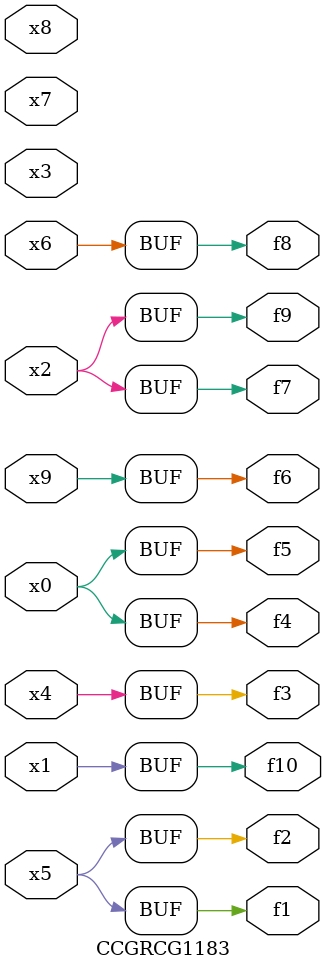
<source format=v>
module CCGRCG1183(
	input x0, x1, x2, x3, x4, x5, x6, x7, x8, x9,
	output f1, f2, f3, f4, f5, f6, f7, f8, f9, f10
);
	assign f1 = x5;
	assign f2 = x5;
	assign f3 = x4;
	assign f4 = x0;
	assign f5 = x0;
	assign f6 = x9;
	assign f7 = x2;
	assign f8 = x6;
	assign f9 = x2;
	assign f10 = x1;
endmodule

</source>
